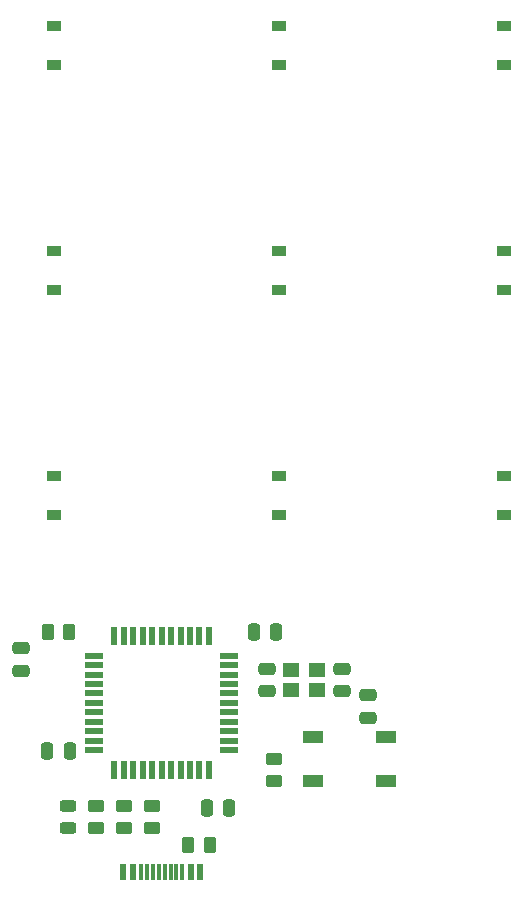
<source format=gbr>
%TF.GenerationSoftware,KiCad,Pcbnew,(6.0.8)*%
%TF.CreationDate,2022-10-08T14:38:13-07:00*%
%TF.ProjectId,9k-Keypad,396b2d4b-6579-4706-9164-2e6b69636164,rev?*%
%TF.SameCoordinates,Original*%
%TF.FileFunction,Paste,Top*%
%TF.FilePolarity,Positive*%
%FSLAX46Y46*%
G04 Gerber Fmt 4.6, Leading zero omitted, Abs format (unit mm)*
G04 Created by KiCad (PCBNEW (6.0.8)) date 2022-10-08 14:38:13*
%MOMM*%
%LPD*%
G01*
G04 APERTURE LIST*
G04 Aperture macros list*
%AMRoundRect*
0 Rectangle with rounded corners*
0 $1 Rounding radius*
0 $2 $3 $4 $5 $6 $7 $8 $9 X,Y pos of 4 corners*
0 Add a 4 corners polygon primitive as box body*
4,1,4,$2,$3,$4,$5,$6,$7,$8,$9,$2,$3,0*
0 Add four circle primitives for the rounded corners*
1,1,$1+$1,$2,$3*
1,1,$1+$1,$4,$5*
1,1,$1+$1,$6,$7*
1,1,$1+$1,$8,$9*
0 Add four rect primitives between the rounded corners*
20,1,$1+$1,$2,$3,$4,$5,0*
20,1,$1+$1,$4,$5,$6,$7,0*
20,1,$1+$1,$6,$7,$8,$9,0*
20,1,$1+$1,$8,$9,$2,$3,0*%
G04 Aperture macros list end*
%ADD10RoundRect,0.250000X-0.262500X-0.450000X0.262500X-0.450000X0.262500X0.450000X-0.262500X0.450000X0*%
%ADD11RoundRect,0.250000X-0.450000X0.262500X-0.450000X-0.262500X0.450000X-0.262500X0.450000X0.262500X0*%
%ADD12R,1.200000X0.900000*%
%ADD13RoundRect,0.250000X-0.475000X0.250000X-0.475000X-0.250000X0.475000X-0.250000X0.475000X0.250000X0*%
%ADD14RoundRect,0.250000X0.450000X-0.262500X0.450000X0.262500X-0.450000X0.262500X-0.450000X-0.262500X0*%
%ADD15R,0.600000X1.450000*%
%ADD16R,0.300000X1.450000*%
%ADD17RoundRect,0.250000X0.475000X-0.250000X0.475000X0.250000X-0.475000X0.250000X-0.475000X-0.250000X0*%
%ADD18RoundRect,0.250000X-0.250000X-0.475000X0.250000X-0.475000X0.250000X0.475000X-0.250000X0.475000X0*%
%ADD19RoundRect,0.243750X0.456250X-0.243750X0.456250X0.243750X-0.456250X0.243750X-0.456250X-0.243750X0*%
%ADD20R,1.800000X1.100000*%
%ADD21R,0.550000X1.500000*%
%ADD22R,1.500000X0.550000*%
%ADD23R,1.400000X1.200000*%
%ADD24RoundRect,0.250000X0.250000X0.475000X-0.250000X0.475000X-0.250000X-0.475000X0.250000X-0.475000X0*%
G04 APERTURE END LIST*
D10*
%TO.C,R4*%
X104656250Y-128587500D03*
X106481250Y-128587500D03*
%TD*%
D11*
%TO.C,R3*%
X111125000Y-143387178D03*
X111125000Y-145212178D03*
%TD*%
D12*
%TO.C,D2*%
X124250080Y-80656330D03*
X124250080Y-77356330D03*
%TD*%
D13*
%TO.C,C1*%
X129540000Y-131758428D03*
X129540000Y-133658428D03*
%TD*%
D12*
%TO.C,D7*%
X105200080Y-118756330D03*
X105200080Y-115456330D03*
%TD*%
%TO.C,D8*%
X124250080Y-118756330D03*
X124250080Y-115456330D03*
%TD*%
D14*
%TO.C,R5*%
X108743750Y-145212178D03*
X108743750Y-143387178D03*
%TD*%
D10*
%TO.C,R6*%
X116562500Y-146640000D03*
X118387500Y-146640000D03*
%TD*%
D15*
%TO.C,J1*%
X111050000Y-148945000D03*
X111850000Y-148945000D03*
D16*
X113050000Y-148945000D03*
X114050000Y-148945000D03*
X114550000Y-148945000D03*
X115550000Y-148945000D03*
D15*
X116750000Y-148945000D03*
X117550000Y-148945000D03*
X117550000Y-148945000D03*
X116750000Y-148945000D03*
D16*
X116050000Y-148945000D03*
X115050000Y-148945000D03*
X113550000Y-148945000D03*
X112550000Y-148945000D03*
D15*
X111850000Y-148945000D03*
X111050000Y-148945000D03*
%TD*%
D17*
%TO.C,C2*%
X123190000Y-133658428D03*
X123190000Y-131758428D03*
%TD*%
D13*
%TO.C,C7*%
X102393750Y-130018750D03*
X102393750Y-131918750D03*
%TD*%
D14*
%TO.C,R1*%
X123825000Y-141243428D03*
X123825000Y-139418428D03*
%TD*%
D18*
%TO.C,C3*%
X118112500Y-143505928D03*
X120012500Y-143505928D03*
%TD*%
D12*
%TO.C,D5*%
X124250080Y-99706330D03*
X124250080Y-96406330D03*
%TD*%
D17*
%TO.C,C4*%
X131762500Y-135887500D03*
X131762500Y-133987500D03*
%TD*%
D19*
%TO.C,F1*%
X106362500Y-145237178D03*
X106362500Y-143362178D03*
%TD*%
D12*
%TO.C,D3*%
X143300080Y-80656330D03*
X143300080Y-77356330D03*
%TD*%
D11*
%TO.C,R2*%
X113506250Y-143387178D03*
X113506250Y-145212178D03*
%TD*%
D20*
%TO.C,S1*%
X133275000Y-141228428D03*
X127075000Y-137528428D03*
X133275000Y-137528428D03*
X127075000Y-141228428D03*
%TD*%
D12*
%TO.C,D9*%
X143300080Y-118756330D03*
X143300080Y-115456330D03*
%TD*%
%TO.C,D6*%
X143300080Y-99706330D03*
X143300080Y-96406330D03*
%TD*%
%TO.C,D4*%
X105200080Y-99706330D03*
X105200080Y-96406330D03*
%TD*%
D18*
%TO.C,C5*%
X122081250Y-128587500D03*
X123981250Y-128587500D03*
%TD*%
D21*
%TO.C,U1*%
X110300000Y-140330928D03*
X111100000Y-140330928D03*
X111900000Y-140330928D03*
X112700000Y-140330928D03*
X113500000Y-140330928D03*
X114300000Y-140330928D03*
X115100000Y-140330928D03*
X115900000Y-140330928D03*
X116700000Y-140330928D03*
X117500000Y-140330928D03*
X118300000Y-140330928D03*
D22*
X120000000Y-138630928D03*
X120000000Y-137830928D03*
X120000000Y-137030928D03*
X120000000Y-136230928D03*
X120000000Y-135430928D03*
X120000000Y-134630928D03*
X120000000Y-133830928D03*
X120000000Y-133030928D03*
X120000000Y-132230928D03*
X120000000Y-131430928D03*
X120000000Y-130630928D03*
D21*
X118300000Y-128930928D03*
X117500000Y-128930928D03*
X116700000Y-128930928D03*
X115900000Y-128930928D03*
X115100000Y-128930928D03*
X114300000Y-128930928D03*
X113500000Y-128930928D03*
X112700000Y-128930928D03*
X111900000Y-128930928D03*
X111100000Y-128930928D03*
X110300000Y-128930928D03*
D22*
X108600000Y-130630928D03*
X108600000Y-131430928D03*
X108600000Y-132230928D03*
X108600000Y-133030928D03*
X108600000Y-133830928D03*
X108600000Y-134630928D03*
X108600000Y-135430928D03*
X108600000Y-136230928D03*
X108600000Y-137030928D03*
X108600000Y-137830928D03*
X108600000Y-138630928D03*
%TD*%
D23*
%TO.C,Y1*%
X127465000Y-131858428D03*
X125265000Y-131858428D03*
X125265000Y-133558428D03*
X127465000Y-133558428D03*
%TD*%
D24*
%TO.C,C6*%
X106518750Y-138743428D03*
X104618750Y-138743428D03*
%TD*%
D12*
%TO.C,D1*%
X105200080Y-80656330D03*
X105200080Y-77356330D03*
%TD*%
M02*

</source>
